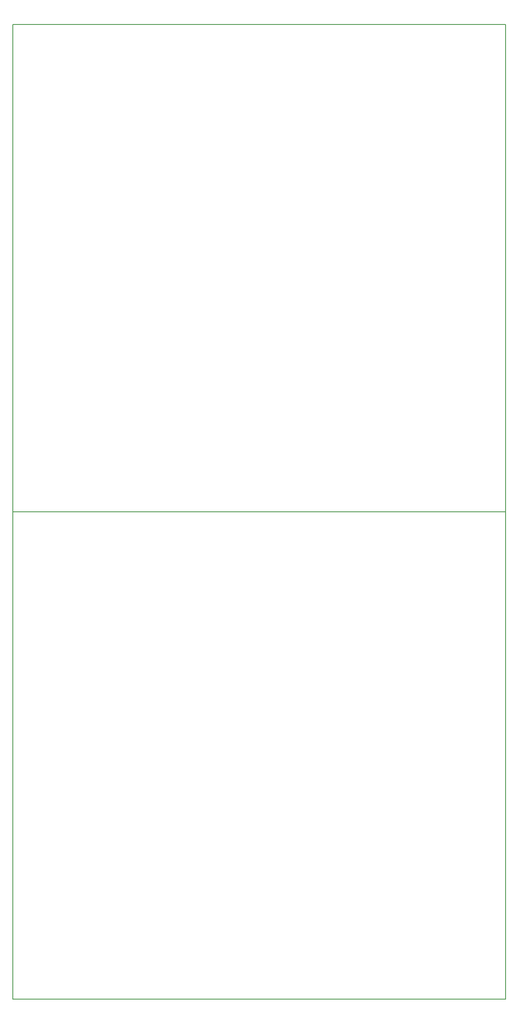
<source format=gbr>
G04 CAM350 V9.5 (Build 208) Date:  Tue Mar 07 15:27:25 2017 *
G04 Database: (Untitled) *
G04 Layer 7: gm3 *
%FSLAX24Y24*%
%MOIN*%
%SFA1.000B1.000*%

%MIA0B0*%
%IPPOS*%
%ADD58C,0.00500*%
%LNgm3*%
%LPD*%
G54D58*
X2539Y2539D02*
G01X43539D01*
Y43039*
X2539D02*
G01X43539D01*
X2539Y2539D02*
G01Y43039D01*
X43539*
Y83539*
X2539D02*
G01X43539D01*
X2539Y43039D02*
G01Y83539D01*
M02*

</source>
